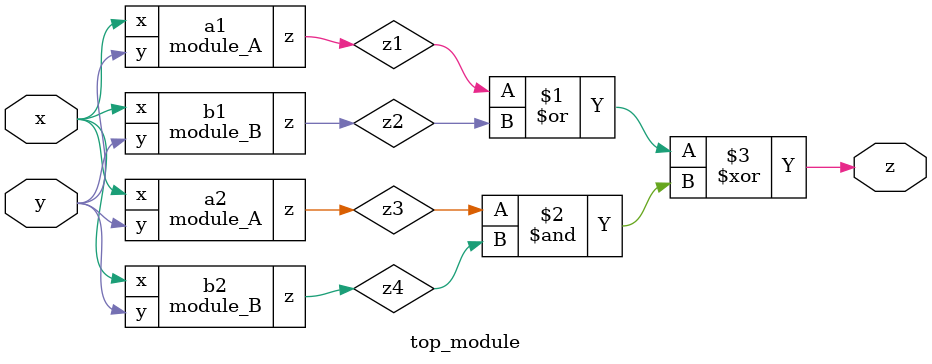
<source format=sv>
module module_A(
    input x,
    input y,
    output z
);

assign z = (x ^ y) & x;

endmodule
module module_B(
    input x,
    input y,
    output z
);

assign z = (x == 0) & (y == 0) | (x == 1) & (y == 0) | (x == 0) & (y == 1) | (x == 1) & (y == 1);

endmodule
module top_module(
    input x,
    input y,
    output z
);

wire z1, z2, z3, z4;

module_A a1 (
    .x(x),
    .y(y),
    .z(z1)
);

module_B b1 (
    .x(x),
    .y(y),
    .z(z2)
);

module_A a2 (
    .x(x),
    .y(y),
    .z(z3)
);

module_B b2 (
    .x(x),
    .y(y),
    .z(z4)
);

assign z = (z1 | z2) ^ (z3 & z4);

endmodule

</source>
